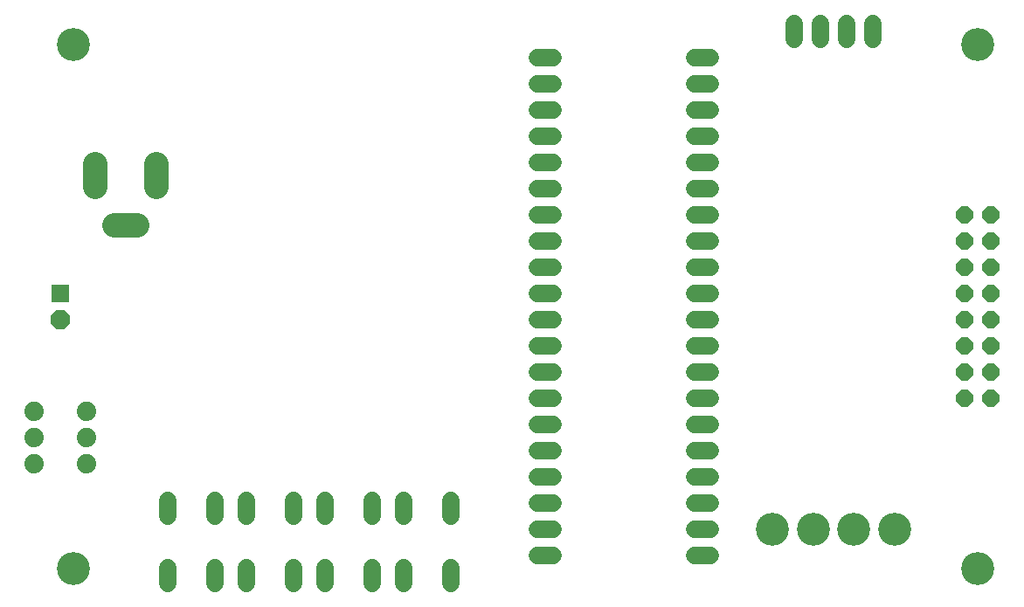
<source format=gbr>
G04 EAGLE Gerber RS-274X export*
G75*
%MOMM*%
%FSLAX34Y34*%
%LPD*%
%INSoldermask Bottom*%
%IPPOS*%
%AMOC8*
5,1,8,0,0,1.08239X$1,22.5*%
G01*
%ADD10C,2.387600*%
%ADD11R,1.803200X1.803200*%
%ADD12P,1.951766X8X112.500000*%
%ADD13C,3.203200*%
%ADD14C,1.879600*%
%ADD15C,1.727200*%
%ADD16P,1.759533X8X292.500000*%


D10*
X103378Y561600D02*
X125222Y561600D01*
X84300Y598678D02*
X84300Y620522D01*
X144300Y620522D02*
X144300Y598678D01*
D11*
X50800Y495100D03*
D12*
X50800Y470100D03*
D13*
X859500Y266700D03*
X819900Y266700D03*
X780300Y266700D03*
X740700Y266700D03*
D14*
X76200Y381000D03*
X76200Y355600D03*
X76200Y330200D03*
X25400Y381000D03*
X25400Y355600D03*
X25400Y330200D03*
D15*
X155194Y229108D02*
X155194Y213868D01*
X200406Y213868D02*
X200406Y229108D01*
X155194Y278892D02*
X155194Y294132D01*
X200406Y294132D02*
X200406Y278892D01*
X665480Y241300D02*
X680720Y241300D01*
X680720Y266700D02*
X665480Y266700D01*
X665480Y292100D02*
X680720Y292100D01*
X680720Y317500D02*
X665480Y317500D01*
X665480Y342900D02*
X680720Y342900D01*
X680720Y368300D02*
X665480Y368300D01*
X665480Y393700D02*
X680720Y393700D01*
X680720Y419100D02*
X665480Y419100D01*
X665480Y444500D02*
X680720Y444500D01*
X680720Y469900D02*
X665480Y469900D01*
X665480Y495300D02*
X680720Y495300D01*
X680720Y520700D02*
X665480Y520700D01*
X665480Y546100D02*
X680720Y546100D01*
X680720Y571500D02*
X665480Y571500D01*
X665480Y596900D02*
X680720Y596900D01*
X680720Y622300D02*
X665480Y622300D01*
X665480Y647700D02*
X680720Y647700D01*
X680720Y673100D02*
X665480Y673100D01*
X665480Y698500D02*
X680720Y698500D01*
X680720Y723900D02*
X665480Y723900D01*
X528320Y241300D02*
X513080Y241300D01*
X513080Y266700D02*
X528320Y266700D01*
X528320Y292100D02*
X513080Y292100D01*
X513080Y317500D02*
X528320Y317500D01*
X528320Y342900D02*
X513080Y342900D01*
X513080Y368300D02*
X528320Y368300D01*
X528320Y393700D02*
X513080Y393700D01*
X513080Y419100D02*
X528320Y419100D01*
X528320Y444500D02*
X513080Y444500D01*
X513080Y469900D02*
X528320Y469900D01*
X528320Y495300D02*
X513080Y495300D01*
X513080Y520700D02*
X528320Y520700D01*
X528320Y546100D02*
X513080Y546100D01*
X513080Y571500D02*
X528320Y571500D01*
X528320Y596900D02*
X513080Y596900D01*
X513080Y622300D02*
X528320Y622300D01*
X528320Y647700D02*
X513080Y647700D01*
X513080Y673100D02*
X528320Y673100D01*
X528320Y698500D02*
X513080Y698500D01*
X513080Y723900D02*
X528320Y723900D01*
D16*
X927100Y571500D03*
X952500Y571500D03*
X927100Y546100D03*
X952500Y546100D03*
X927100Y520700D03*
X952500Y520700D03*
X927100Y495300D03*
X952500Y495300D03*
X927100Y469900D03*
X952500Y469900D03*
X927100Y444500D03*
X952500Y444500D03*
X927100Y419100D03*
X952500Y419100D03*
X927100Y393700D03*
X952500Y393700D03*
D15*
X231394Y229108D02*
X231394Y213868D01*
X276606Y213868D02*
X276606Y229108D01*
X231394Y278892D02*
X231394Y294132D01*
X276606Y294132D02*
X276606Y278892D01*
X307594Y229108D02*
X307594Y213868D01*
X352806Y213868D02*
X352806Y229108D01*
X307594Y278892D02*
X307594Y294132D01*
X352806Y294132D02*
X352806Y278892D01*
X383794Y229108D02*
X383794Y213868D01*
X429006Y213868D02*
X429006Y229108D01*
X383794Y278892D02*
X383794Y294132D01*
X429006Y294132D02*
X429006Y278892D01*
X838200Y741680D02*
X838200Y756920D01*
X812800Y756920D02*
X812800Y741680D01*
X787400Y741680D02*
X787400Y756920D01*
X762000Y756920D02*
X762000Y741680D01*
D13*
X63500Y736600D03*
X63500Y228600D03*
X939800Y228600D03*
X939800Y736600D03*
M02*

</source>
